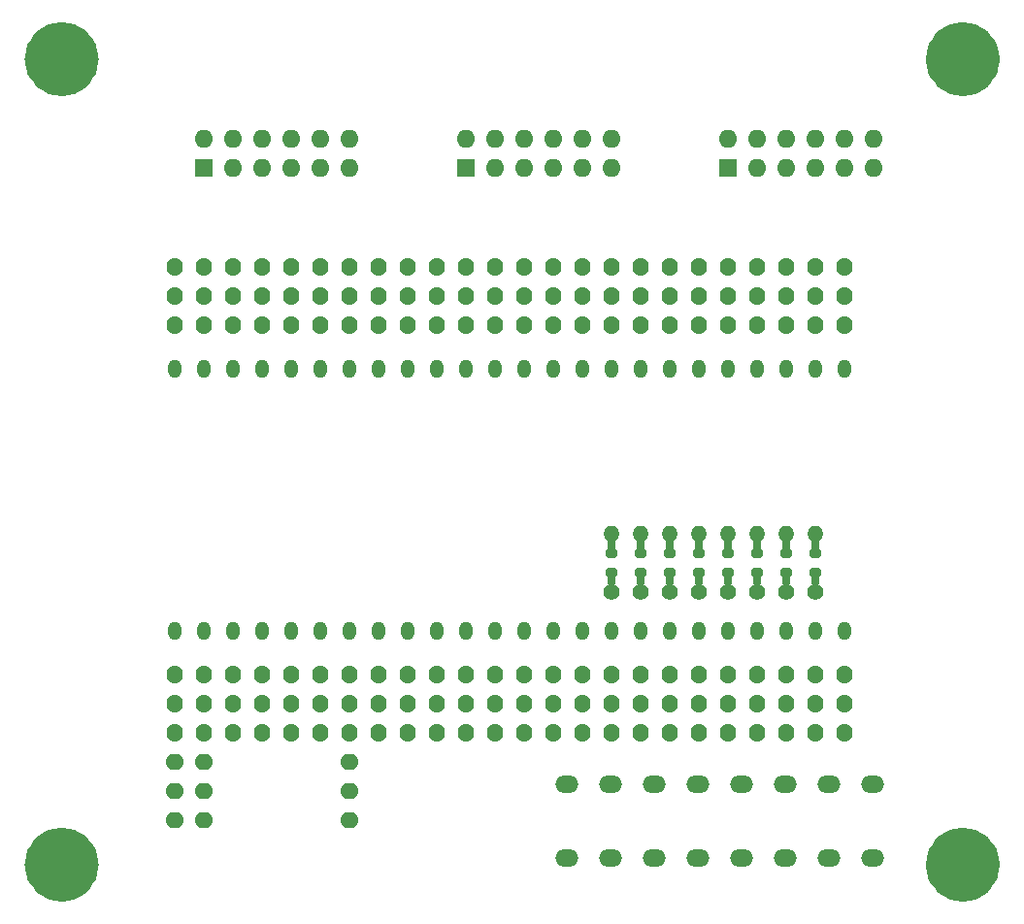
<source format=gts>
%TF.GenerationSoftware,KiCad,Pcbnew,(7.0.0)*%
%TF.CreationDate,2023-03-12T18:50:35+09:00*%
%TF.ProjectId,TangNano_PmodBase,54616e67-4e61-46e6-9f5f-506d6f644261,rev?*%
%TF.SameCoordinates,Original*%
%TF.FileFunction,Soldermask,Top*%
%TF.FilePolarity,Negative*%
%FSLAX46Y46*%
G04 Gerber Fmt 4.6, Leading zero omitted, Abs format (unit mm)*
G04 Created by KiCad (PCBNEW (7.0.0)) date 2023-03-12 18:50:35*
%MOMM*%
%LPD*%
G01*
G04 APERTURE LIST*
G04 Aperture macros list*
%AMRoundRect*
0 Rectangle with rounded corners*
0 $1 Rounding radius*
0 $2 $3 $4 $5 $6 $7 $8 $9 X,Y pos of 4 corners*
0 Add a 4 corners polygon primitive as box body*
4,1,4,$2,$3,$4,$5,$6,$7,$8,$9,$2,$3,0*
0 Add four circle primitives for the rounded corners*
1,1,$1+$1,$2,$3*
1,1,$1+$1,$4,$5*
1,1,$1+$1,$6,$7*
1,1,$1+$1,$8,$9*
0 Add four rect primitives between the rounded corners*
20,1,$1+$1,$2,$3,$4,$5,0*
20,1,$1+$1,$4,$5,$6,$7,0*
20,1,$1+$1,$6,$7,$8,$9,0*
20,1,$1+$1,$8,$9,$2,$3,0*%
G04 Aperture macros list end*
%ADD10C,3.250000*%
%ADD11R,1.600000X1.600000*%
%ADD12O,1.600000X1.600000*%
%ADD13O,2.000000X1.500000*%
%ADD14C,1.400000*%
%ADD15RoundRect,0.200000X0.275000X-0.200000X0.275000X0.200000X-0.275000X0.200000X-0.275000X-0.200000X0*%
%ADD16O,0.600000X1.650000*%
%ADD17O,1.400000X1.400000*%
%ADD18O,1.600000X1.400000*%
%ADD19C,3.200000*%
%ADD20O,1.400000X1.600000*%
%ADD21O,1.200000X1.600000*%
G04 APERTURE END LIST*
%TO.C,H1*%
D10*
X76325000Y-31530000D02*
G75*
G03*
X76325000Y-31530000I-1625000J0D01*
G01*
%TO.C,H4*%
X76325000Y-101800000D02*
G75*
G03*
X76325000Y-101800000I-1625000J0D01*
G01*
%TO.C,H3*%
X154925000Y-31530000D02*
G75*
G03*
X154925000Y-31530000I-1625000J0D01*
G01*
%TO.C,H2*%
X154925000Y-101800000D02*
G75*
G03*
X154925000Y-101800000I-1625000J0D01*
G01*
%TD*%
D11*
%TO.C,J7*%
X87139999Y-41029999D03*
D12*
X89679999Y-41029999D03*
X92219999Y-41029999D03*
X94759999Y-41029999D03*
X97299999Y-41029999D03*
X99839999Y-41029999D03*
X87139999Y-38489999D03*
X89679999Y-38489999D03*
X92219999Y-38489999D03*
X94759999Y-38489999D03*
X97299999Y-38489999D03*
X99839999Y-38489999D03*
%TD*%
D13*
%TO.C,SW7*%
X122569999Y-94749999D03*
X122569999Y-101249999D03*
%TD*%
D11*
%TO.C,J6*%
X109999999Y-41029999D03*
D12*
X112539999Y-41029999D03*
X115079999Y-41029999D03*
X117619999Y-41029999D03*
X120159999Y-41029999D03*
X122699999Y-41029999D03*
X109999999Y-38489999D03*
X112539999Y-38489999D03*
X115079999Y-38489999D03*
X117619999Y-38489999D03*
X120159999Y-38489999D03*
X122699999Y-38489999D03*
%TD*%
D14*
%TO.C,R5*%
X130320000Y-77995000D03*
D15*
X130320000Y-76280000D03*
D16*
X130319999Y-76829999D03*
D15*
X130320000Y-74630000D03*
D16*
X130319999Y-74079999D03*
D17*
X130319999Y-72914999D03*
%TD*%
D18*
%TO.C,J11*%
X87139999Y-92859999D03*
X87139999Y-95399999D03*
X87139999Y-97939999D03*
%TD*%
D19*
%TO.C,H1*%
X74700000Y-31530000D03*
%TD*%
D14*
%TO.C,R2*%
X137940000Y-77995000D03*
D15*
X137940000Y-76280000D03*
D16*
X137939999Y-76829999D03*
D15*
X137940000Y-74630000D03*
D16*
X137939999Y-74079999D03*
D17*
X137939999Y-72914999D03*
%TD*%
D14*
%TO.C,R8*%
X122700000Y-77995000D03*
D15*
X122700000Y-76280000D03*
D16*
X122699999Y-76829999D03*
D15*
X122700000Y-74630000D03*
D16*
X122699999Y-74079999D03*
D17*
X122699999Y-72914999D03*
%TD*%
D14*
%TO.C,R1*%
X140480000Y-78000000D03*
D15*
X140480000Y-76285000D03*
D16*
X140479999Y-76834999D03*
D15*
X140480000Y-74635000D03*
D16*
X140479999Y-74084999D03*
D17*
X140479999Y-72919999D03*
%TD*%
D19*
%TO.C,H4*%
X74700000Y-101800000D03*
%TD*%
D14*
%TO.C,R3*%
X135400000Y-77995000D03*
D15*
X135400000Y-76280000D03*
D16*
X135399999Y-76829999D03*
D15*
X135400000Y-74630000D03*
D16*
X135399999Y-74079999D03*
D17*
X135399999Y-72914999D03*
%TD*%
D13*
%TO.C,SW5*%
X130189999Y-94749999D03*
X130189999Y-101249999D03*
%TD*%
D14*
%TO.C,R6*%
X127780000Y-77995000D03*
D15*
X127780000Y-76280000D03*
D16*
X127779999Y-76829999D03*
D15*
X127780000Y-74630000D03*
D16*
X127779999Y-74079999D03*
D17*
X127779999Y-72914999D03*
%TD*%
D19*
%TO.C,H3*%
X153300000Y-31530000D03*
%TD*%
D20*
%TO.C,J8*%
X143019999Y-49679999D03*
X140479999Y-49679999D03*
X137939999Y-49679999D03*
X135399999Y-49679999D03*
X132859999Y-49679999D03*
X130319999Y-49679999D03*
X127779999Y-49679999D03*
X125239999Y-49679999D03*
X122699999Y-49679999D03*
X120159999Y-49679999D03*
X117619999Y-49679999D03*
X115079999Y-49679999D03*
X112539999Y-49679999D03*
X109999999Y-49679999D03*
X107459999Y-49679999D03*
X104919999Y-49679999D03*
X102379999Y-49679999D03*
X99839999Y-49679999D03*
X97299999Y-49679999D03*
X94759999Y-49679999D03*
X92219999Y-49679999D03*
X89679999Y-49679999D03*
X87139999Y-49679999D03*
X84599999Y-49679999D03*
%TD*%
D13*
%TO.C,SW8*%
X118759999Y-94749999D03*
X118759999Y-101249999D03*
%TD*%
D20*
%TO.C,J3*%
X143019999Y-87779999D03*
X140479999Y-87779999D03*
X137939999Y-87779999D03*
X135399999Y-87779999D03*
X132859999Y-87779999D03*
X130319999Y-87779999D03*
X127779999Y-87779999D03*
X125239999Y-87779999D03*
X122699999Y-87779999D03*
X120159999Y-87779999D03*
X117619999Y-87779999D03*
X115079999Y-87779999D03*
X112539999Y-87779999D03*
X109999999Y-87779999D03*
X107459999Y-87779999D03*
X104919999Y-87779999D03*
X102379999Y-87779999D03*
X99839999Y-87779999D03*
X97299999Y-87779999D03*
X94759999Y-87779999D03*
X92219999Y-87779999D03*
X89679999Y-87779999D03*
X87139999Y-87779999D03*
X84599999Y-87779999D03*
%TD*%
%TO.C,J4*%
X143019999Y-90319999D03*
X140479999Y-90319999D03*
X137939999Y-90319999D03*
X135399999Y-90319999D03*
X132859999Y-90319999D03*
X130319999Y-90319999D03*
X127779999Y-90319999D03*
X125239999Y-90319999D03*
X122699999Y-90319999D03*
X120159999Y-90319999D03*
X117619999Y-90319999D03*
X115079999Y-90319999D03*
X112539999Y-90319999D03*
X109999999Y-90319999D03*
X107459999Y-90319999D03*
X104919999Y-90319999D03*
X102379999Y-90319999D03*
X99839999Y-90319999D03*
X97299999Y-90319999D03*
X94759999Y-90319999D03*
X92219999Y-90319999D03*
X89679999Y-90319999D03*
X87139999Y-90319999D03*
X84599999Y-90319999D03*
%TD*%
D13*
%TO.C,SW4*%
X133999999Y-94749999D03*
X133999999Y-101249999D03*
%TD*%
D14*
%TO.C,R7*%
X125240000Y-77995000D03*
D15*
X125240000Y-76280000D03*
D16*
X125239999Y-76829999D03*
D15*
X125240000Y-74630000D03*
D16*
X125239999Y-74079999D03*
D17*
X125239999Y-72914999D03*
%TD*%
D13*
%TO.C,SW1*%
X145429999Y-94749999D03*
X145429999Y-101249999D03*
%TD*%
D20*
%TO.C,J2*%
X143019999Y-54759999D03*
X140479999Y-54759999D03*
X137939999Y-54759999D03*
X135399999Y-54759999D03*
X132859999Y-54759999D03*
X130319999Y-54759999D03*
X127779999Y-54759999D03*
X125239999Y-54759999D03*
X122699999Y-54759999D03*
X120159999Y-54759999D03*
X117619999Y-54759999D03*
X115079999Y-54759999D03*
X112539999Y-54759999D03*
X109999999Y-54759999D03*
X107459999Y-54759999D03*
X104919999Y-54759999D03*
X102379999Y-54759999D03*
X99839999Y-54759999D03*
X97299999Y-54759999D03*
X94759999Y-54759999D03*
X92219999Y-54759999D03*
X89679999Y-54759999D03*
X87139999Y-54759999D03*
X84599999Y-54759999D03*
%TD*%
D13*
%TO.C,SW3*%
X137809999Y-94749999D03*
X137809999Y-101249999D03*
%TD*%
D14*
%TO.C,R4*%
X132860000Y-77995000D03*
D15*
X132860000Y-76280000D03*
D16*
X132859999Y-76829999D03*
D15*
X132860000Y-74630000D03*
D16*
X132859999Y-74079999D03*
D17*
X132859999Y-72914999D03*
%TD*%
D20*
%TO.C,J1*%
X143019999Y-52219999D03*
X140479999Y-52219999D03*
X137939999Y-52219999D03*
X135399999Y-52219999D03*
X132859999Y-52219999D03*
X130319999Y-52219999D03*
X127779999Y-52219999D03*
X125239999Y-52219999D03*
X122699999Y-52219999D03*
X120159999Y-52219999D03*
X117619999Y-52219999D03*
X115079999Y-52219999D03*
X112539999Y-52219999D03*
X109999999Y-52219999D03*
X107459999Y-52219999D03*
X104919999Y-52219999D03*
X102379999Y-52219999D03*
X99839999Y-52219999D03*
X97299999Y-52219999D03*
X94759999Y-52219999D03*
X92219999Y-52219999D03*
X89679999Y-52219999D03*
X87139999Y-52219999D03*
X84599999Y-52219999D03*
%TD*%
D21*
%TO.C,U1*%
X143019999Y-58569999D03*
X140479999Y-58569999D03*
X137939999Y-58569999D03*
X135399999Y-58569999D03*
X132859999Y-58569999D03*
X130319999Y-58569999D03*
X127779999Y-58569999D03*
X125239999Y-58569999D03*
X122699999Y-58569999D03*
X120159999Y-58569999D03*
X117619999Y-58569999D03*
X115079999Y-58569999D03*
X112539999Y-58569999D03*
X109999999Y-58569999D03*
X107459999Y-58569999D03*
X104919999Y-58569999D03*
X102379999Y-58569999D03*
X99839999Y-58569999D03*
X97299999Y-58569999D03*
X94759999Y-58569999D03*
X92219999Y-58569999D03*
X89679999Y-58569999D03*
X87139999Y-58569999D03*
X84599999Y-58569999D03*
X84599999Y-81429999D03*
X87139999Y-81429999D03*
X89679999Y-81429999D03*
X92219999Y-81429999D03*
X94759999Y-81429999D03*
X97299999Y-81429999D03*
X99839999Y-81429999D03*
X102379999Y-81429999D03*
X104919999Y-81429999D03*
X107459999Y-81429999D03*
X109999999Y-81429999D03*
X112539999Y-81429999D03*
X115079999Y-81429999D03*
X117619999Y-81429999D03*
X120159999Y-81429999D03*
X122699999Y-81429999D03*
X125239999Y-81429999D03*
X127779999Y-81429999D03*
X130319999Y-81429999D03*
X132859999Y-81429999D03*
X135399999Y-81429999D03*
X137939999Y-81429999D03*
X140479999Y-81429999D03*
X143019999Y-81429999D03*
%TD*%
D13*
%TO.C,SW6*%
X126379999Y-94749999D03*
X126379999Y-101249999D03*
%TD*%
D18*
%TO.C,J12*%
X99839999Y-92859999D03*
X99839999Y-95399999D03*
X99839999Y-97939999D03*
%TD*%
D13*
%TO.C,SW2*%
X141619999Y-94749999D03*
X141619999Y-101249999D03*
%TD*%
D11*
%TO.C,J5*%
X132859999Y-41029999D03*
D12*
X135399999Y-41029999D03*
X137939999Y-41029999D03*
X140479999Y-41029999D03*
X143019999Y-41029999D03*
X145559999Y-41029999D03*
X132859999Y-38489999D03*
X135399999Y-38489999D03*
X137939999Y-38489999D03*
X140479999Y-38489999D03*
X143019999Y-38489999D03*
X145559999Y-38489999D03*
%TD*%
D20*
%TO.C,J9*%
X143019999Y-85239999D03*
X140479999Y-85239999D03*
X137939999Y-85239999D03*
X135399999Y-85239999D03*
X132859999Y-85239999D03*
X130319999Y-85239999D03*
X127779999Y-85239999D03*
X125239999Y-85239999D03*
X122699999Y-85239999D03*
X120159999Y-85239999D03*
X117619999Y-85239999D03*
X115079999Y-85239999D03*
X112539999Y-85239999D03*
X109999999Y-85239999D03*
X107459999Y-85239999D03*
X104919999Y-85239999D03*
X102379999Y-85239999D03*
X99839999Y-85239999D03*
X97299999Y-85239999D03*
X94759999Y-85239999D03*
X92219999Y-85239999D03*
X89679999Y-85239999D03*
X87139999Y-85239999D03*
X84599999Y-85239999D03*
%TD*%
D18*
%TO.C,J10*%
X84599999Y-92859999D03*
X84599999Y-95399999D03*
X84599999Y-97939999D03*
%TD*%
D19*
%TO.C,H2*%
X153300000Y-101800000D03*
%TD*%
M02*

</source>
